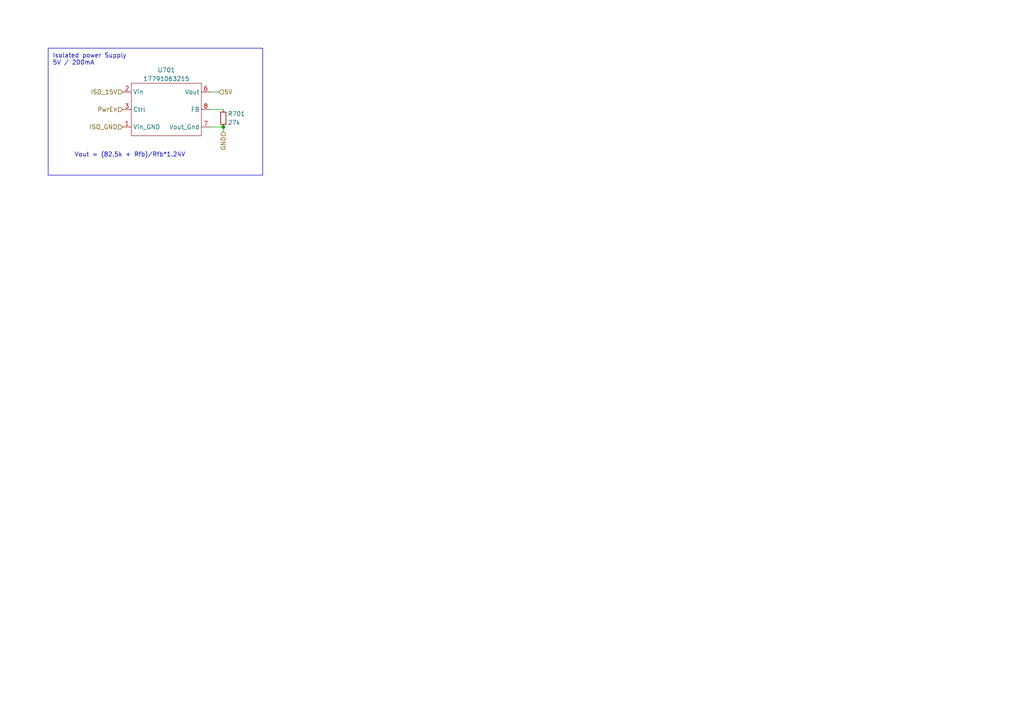
<source format=kicad_sch>
(kicad_sch (version 20231120) (generator "eeschema") (generator_version "8.0")
  (paper "A4")
  (title_block (title "AAP Inverter") (date "2023-05-01") (company "ENSEA"))
  (lib_symbols
    (symbol "Custom:17791063215"
      (property "Reference" "U" (at 7.62 -8.89 0))
      (property "Value" "17791063215" (at 0 8.89 0))
      (symbol "17791063215_0_1"
        (polyline (pts (xy -10.16 -7.62) (xy 10.16 -7.62)) (stroke (width 0.127)))
        (polyline (pts (xy -10.16 7.62) (xy -10.16 -7.62)) (stroke (width 0.127)))
        (polyline (pts (xy 10.16 -7.62) (xy 10.16 7.62)) (stroke (width 0.127)))
        (polyline (pts (xy 10.16 7.62) (xy -10.16 7.62)) (stroke (width 0.127)))
      )
      (symbol "17791063215_1_1"
        (pin power_in line (at -12.7 -5.08 0) (length 2.54) (name "Vin_GND") (number "1"))
        (pin power_in line (at -12.7 5.08 0) (length 2.54) (name "Vin") (number "2"))
        (pin input line (at -12.7 0 0) (length 2.54) (name "Ctrl") (number "3"))
        (pin power_out line (at 12.7 5.08 180) (length 2.54) (name "Vout") (number "6"))
        (pin passive line (at 12.7 -5.08 180) (length 2.54) (name "Vout_Gnd") (number "7"))
        (pin bidirectional line (at 12.7 0 180) (length 2.54) (name "FB") (number "8"))
      )
    )
    (symbol "Device:R_Small" (pin_numbers hide) (pin_names (offset 0.254) hide)
      (property "Reference" "R" (at 0.762 0.508 0))
      (property "Value" "R_Small" (at 0.762 -1.016 0))
      (symbol "R_Small_0_1"
        (rectangle (start -0.762 1.778) (end 0.762 -1.778) (stroke (width 0.2032)))
      )
      (symbol "R_Small_1_1"
        (pin passive line (at 0 2.54 270) (length 0.762) (name "~") (number "1"))
        (pin passive line (at 0 -2.54 90) (length 0.762) (name "~") (number "2"))
      )
    )
  )
  (junction (at 64.77 36.83))
  (wire (pts (xy 60.96 26.67) (xy 63.5 26.67)))
  (wire (pts (xy 60.96 36.83) (xy 64.77 36.83)))
  (wire (pts (xy 60.96 31.75) (xy 64.77 31.75)))
  (wire (pts (xy 64.77 38.1) (xy 64.77 36.83)))
  (rectangle (start 13.97 13.97) (end 76.2 50.8))
  (text "Vout = (82.5k + Rfb)/Rfb*1.24V\n" (at 21.59 45.72 0) (effects (font (size 1.27 1.27)) (justify left bottom)))
  (text "Isolated power Supply \n5V / 200mA" (at 15.24 19.05 0) (effects (font (size 1.27 1.27)) (justify left bottom)))
  (hierarchical_label "5V" (shape input) (at 63.5 26.67 0))
  (hierarchical_label "GND" (shape input) (at 64.77 38.1 270))
  (hierarchical_label "ISO_15V" (shape input) (at 35.56 26.67 180))
  (hierarchical_label "PwrEn" (shape input) (at 35.56 31.75 180))
  (hierarchical_label "ISO_GND" (shape input) (at 35.56 36.83 180))
  (symbol (lib_id "Custom:17791063215") (at 48.26 31.75 0) (unit 1)
    (property "Reference" "U701" (at 48.26 20.32 0))
    (property "Value" "17791063215" (at 48.26 22.86 0))
    (property "Footprint" "Custom:17791063215" (effects (hide yes)))
    (property "Datasheet" "https://www.we-online.com/components/products/datasheet/17791063215.pdf" (effects (hide yes)))
    (property "Fournisseur" "Wurth" (effects (hide yes)))
    (property "MFR" "177 910 632 15" (effects (hide yes)))
  )
  (symbol (lib_id "Device:R_Small") (at 64.77 34.29 0) (unit 1)
    (property "Reference" "R701" (at 66.04 33.02 0) (effects (justify left)))
    (property "Value" "27k" (at 66.04 35.56 0) (effects (justify left)))
    (property "Footprint" "Resistor_SMD:R_0402_1005Metric" (effects (hide yes)))
    (property "Fournisseur" "Stock" (effects (hide yes)))
  )
)
</source>
